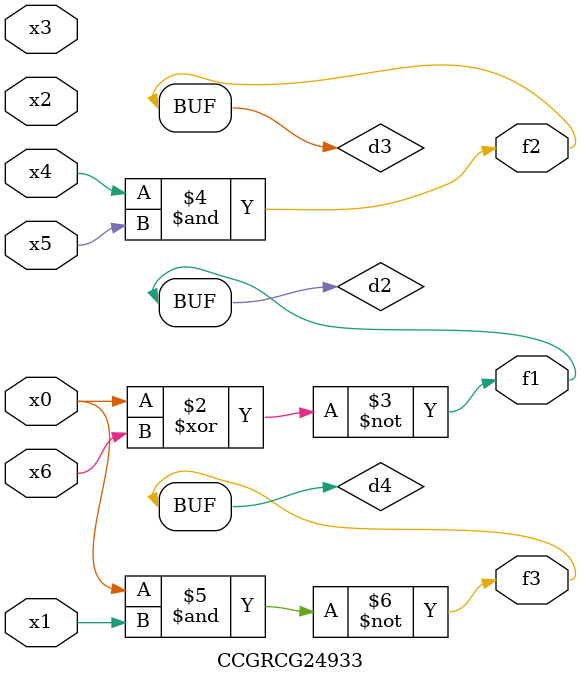
<source format=v>
module CCGRCG24933(
	input x0, x1, x2, x3, x4, x5, x6,
	output f1, f2, f3
);

	wire d1, d2, d3, d4;

	nor (d1, x0);
	xnor (d2, x0, x6);
	and (d3, x4, x5);
	nand (d4, x0, x1);
	assign f1 = d2;
	assign f2 = d3;
	assign f3 = d4;
endmodule

</source>
